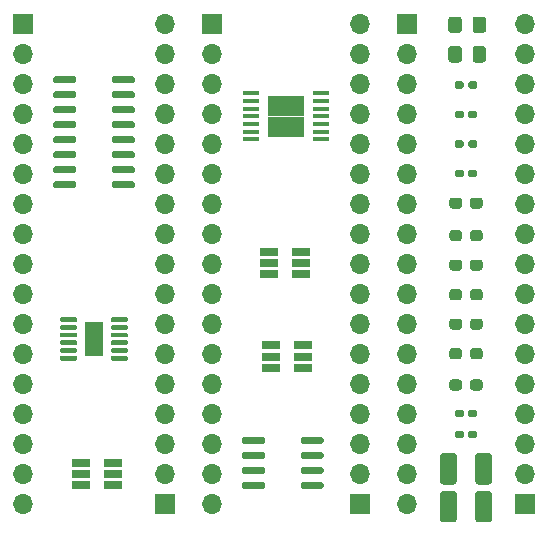
<source format=gts>
%TF.GenerationSoftware,KiCad,Pcbnew,5.1.10*%
%TF.CreationDate,2021-10-22T01:18:59+03:00*%
%TF.ProjectId,breakouts,62726561-6b6f-4757-9473-2e6b69636164,rev?*%
%TF.SameCoordinates,Original*%
%TF.FileFunction,Soldermask,Top*%
%TF.FilePolarity,Negative*%
%FSLAX46Y46*%
G04 Gerber Fmt 4.6, Leading zero omitted, Abs format (unit mm)*
G04 Created by KiCad (PCBNEW 5.1.10) date 2021-10-22 01:18:59*
%MOMM*%
%LPD*%
G01*
G04 APERTURE LIST*
%ADD10R,1.650000X2.850000*%
%ADD11O,1.700000X1.700000*%
%ADD12R,1.700000X1.700000*%
%ADD13R,1.560000X0.650000*%
%ADD14R,1.500000X1.800000*%
%ADD15R,1.450000X0.450000*%
G04 APERTURE END LIST*
D10*
%TO.C,J20*%
X44500000Y-73500000D03*
G36*
G01*
X45925000Y-71975000D02*
X45925000Y-71775000D01*
G75*
G02*
X46025000Y-71675000I100000J0D01*
G01*
X47275000Y-71675000D01*
G75*
G02*
X47375000Y-71775000I0J-100000D01*
G01*
X47375000Y-71975000D01*
G75*
G02*
X47275000Y-72075000I-100000J0D01*
G01*
X46025000Y-72075000D01*
G75*
G02*
X45925000Y-71975000I0J100000D01*
G01*
G37*
G36*
G01*
X45925000Y-72625000D02*
X45925000Y-72425000D01*
G75*
G02*
X46025000Y-72325000I100000J0D01*
G01*
X47275000Y-72325000D01*
G75*
G02*
X47375000Y-72425000I0J-100000D01*
G01*
X47375000Y-72625000D01*
G75*
G02*
X47275000Y-72725000I-100000J0D01*
G01*
X46025000Y-72725000D01*
G75*
G02*
X45925000Y-72625000I0J100000D01*
G01*
G37*
G36*
G01*
X45925000Y-73275000D02*
X45925000Y-73075000D01*
G75*
G02*
X46025000Y-72975000I100000J0D01*
G01*
X47275000Y-72975000D01*
G75*
G02*
X47375000Y-73075000I0J-100000D01*
G01*
X47375000Y-73275000D01*
G75*
G02*
X47275000Y-73375000I-100000J0D01*
G01*
X46025000Y-73375000D01*
G75*
G02*
X45925000Y-73275000I0J100000D01*
G01*
G37*
G36*
G01*
X45925000Y-73925000D02*
X45925000Y-73725000D01*
G75*
G02*
X46025000Y-73625000I100000J0D01*
G01*
X47275000Y-73625000D01*
G75*
G02*
X47375000Y-73725000I0J-100000D01*
G01*
X47375000Y-73925000D01*
G75*
G02*
X47275000Y-74025000I-100000J0D01*
G01*
X46025000Y-74025000D01*
G75*
G02*
X45925000Y-73925000I0J100000D01*
G01*
G37*
G36*
G01*
X45925000Y-74575000D02*
X45925000Y-74375000D01*
G75*
G02*
X46025000Y-74275000I100000J0D01*
G01*
X47275000Y-74275000D01*
G75*
G02*
X47375000Y-74375000I0J-100000D01*
G01*
X47375000Y-74575000D01*
G75*
G02*
X47275000Y-74675000I-100000J0D01*
G01*
X46025000Y-74675000D01*
G75*
G02*
X45925000Y-74575000I0J100000D01*
G01*
G37*
G36*
G01*
X45925000Y-75225000D02*
X45925000Y-75025000D01*
G75*
G02*
X46025000Y-74925000I100000J0D01*
G01*
X47275000Y-74925000D01*
G75*
G02*
X47375000Y-75025000I0J-100000D01*
G01*
X47375000Y-75225000D01*
G75*
G02*
X47275000Y-75325000I-100000J0D01*
G01*
X46025000Y-75325000D01*
G75*
G02*
X45925000Y-75225000I0J100000D01*
G01*
G37*
G36*
G01*
X41625000Y-75225000D02*
X41625000Y-75025000D01*
G75*
G02*
X41725000Y-74925000I100000J0D01*
G01*
X42975000Y-74925000D01*
G75*
G02*
X43075000Y-75025000I0J-100000D01*
G01*
X43075000Y-75225000D01*
G75*
G02*
X42975000Y-75325000I-100000J0D01*
G01*
X41725000Y-75325000D01*
G75*
G02*
X41625000Y-75225000I0J100000D01*
G01*
G37*
G36*
G01*
X41625000Y-74575000D02*
X41625000Y-74375000D01*
G75*
G02*
X41725000Y-74275000I100000J0D01*
G01*
X42975000Y-74275000D01*
G75*
G02*
X43075000Y-74375000I0J-100000D01*
G01*
X43075000Y-74575000D01*
G75*
G02*
X42975000Y-74675000I-100000J0D01*
G01*
X41725000Y-74675000D01*
G75*
G02*
X41625000Y-74575000I0J100000D01*
G01*
G37*
G36*
G01*
X41625000Y-73925000D02*
X41625000Y-73725000D01*
G75*
G02*
X41725000Y-73625000I100000J0D01*
G01*
X42975000Y-73625000D01*
G75*
G02*
X43075000Y-73725000I0J-100000D01*
G01*
X43075000Y-73925000D01*
G75*
G02*
X42975000Y-74025000I-100000J0D01*
G01*
X41725000Y-74025000D01*
G75*
G02*
X41625000Y-73925000I0J100000D01*
G01*
G37*
G36*
G01*
X41625000Y-73275000D02*
X41625000Y-73075000D01*
G75*
G02*
X41725000Y-72975000I100000J0D01*
G01*
X42975000Y-72975000D01*
G75*
G02*
X43075000Y-73075000I0J-100000D01*
G01*
X43075000Y-73275000D01*
G75*
G02*
X42975000Y-73375000I-100000J0D01*
G01*
X41725000Y-73375000D01*
G75*
G02*
X41625000Y-73275000I0J100000D01*
G01*
G37*
G36*
G01*
X41625000Y-72625000D02*
X41625000Y-72425000D01*
G75*
G02*
X41725000Y-72325000I100000J0D01*
G01*
X42975000Y-72325000D01*
G75*
G02*
X43075000Y-72425000I0J-100000D01*
G01*
X43075000Y-72625000D01*
G75*
G02*
X42975000Y-72725000I-100000J0D01*
G01*
X41725000Y-72725000D01*
G75*
G02*
X41625000Y-72625000I0J100000D01*
G01*
G37*
G36*
G01*
X41625000Y-71975000D02*
X41625000Y-71775000D01*
G75*
G02*
X41725000Y-71675000I100000J0D01*
G01*
X42975000Y-71675000D01*
G75*
G02*
X43075000Y-71775000I0J-100000D01*
G01*
X43075000Y-71975000D01*
G75*
G02*
X42975000Y-72075000I-100000J0D01*
G01*
X41725000Y-72075000D01*
G75*
G02*
X41625000Y-71975000I0J100000D01*
G01*
G37*
%TD*%
D11*
%TO.C,J18*%
X81000000Y-46824999D03*
X81000000Y-49364999D03*
X81000000Y-51904999D03*
X81000000Y-54444999D03*
X81000000Y-56984999D03*
X81000000Y-59524999D03*
X81000000Y-62064999D03*
X81000000Y-64604999D03*
X81000000Y-67144999D03*
X81000000Y-69684999D03*
X81000000Y-72224999D03*
X81000000Y-74764999D03*
X81000000Y-77304999D03*
X81000000Y-79844999D03*
X81000000Y-82384999D03*
X81000000Y-84924999D03*
D12*
X81000000Y-87464999D03*
%TD*%
D11*
%TO.C,J16*%
X71000000Y-87504999D03*
X71000000Y-84964999D03*
X71000000Y-82424999D03*
X71000000Y-79884999D03*
X71000000Y-77344999D03*
X71000000Y-74804999D03*
X71000000Y-72264999D03*
X71000000Y-69724999D03*
X71000000Y-67184999D03*
X71000000Y-64644999D03*
X71000000Y-62104999D03*
X71000000Y-59564999D03*
X71000000Y-57024999D03*
X71000000Y-54484999D03*
X71000000Y-51944999D03*
X71000000Y-49404999D03*
D12*
X71000000Y-46864999D03*
%TD*%
D11*
%TO.C,J15*%
X67000000Y-46824999D03*
X67000000Y-49364999D03*
X67000000Y-51904999D03*
X67000000Y-54444999D03*
X67000000Y-56984999D03*
X67000000Y-59524999D03*
X67000000Y-62064999D03*
X67000000Y-64604999D03*
X67000000Y-67144999D03*
X67000000Y-69684999D03*
X67000000Y-72224999D03*
X67000000Y-74764999D03*
X67000000Y-77304999D03*
X67000000Y-79844999D03*
X67000000Y-82384999D03*
X67000000Y-84924999D03*
D12*
X67000000Y-87464999D03*
%TD*%
D11*
%TO.C,J13*%
X54500000Y-87504999D03*
X54500000Y-84964999D03*
X54500000Y-82424999D03*
X54500000Y-79884999D03*
X54500000Y-77344999D03*
X54500000Y-74804999D03*
X54500000Y-72264999D03*
X54500000Y-69724999D03*
X54500000Y-67184999D03*
X54500000Y-64644999D03*
X54500000Y-62104999D03*
X54500000Y-59564999D03*
X54500000Y-57024999D03*
X54500000Y-54484999D03*
X54500000Y-51944999D03*
X54500000Y-49404999D03*
D12*
X54500000Y-46864999D03*
%TD*%
D11*
%TO.C,J12*%
X50500000Y-46824999D03*
X50500000Y-49364999D03*
X50500000Y-51904999D03*
X50500000Y-54444999D03*
X50500000Y-56984999D03*
X50500000Y-59524999D03*
X50500000Y-62064999D03*
X50500000Y-64604999D03*
X50500000Y-67144999D03*
X50500000Y-69684999D03*
X50500000Y-72224999D03*
X50500000Y-74764999D03*
X50500000Y-77304999D03*
X50500000Y-79844999D03*
X50500000Y-82384999D03*
X50500000Y-84924999D03*
D12*
X50500000Y-87464999D03*
%TD*%
D11*
%TO.C,J11*%
X38500000Y-87504999D03*
X38500000Y-84964999D03*
X38500000Y-82424999D03*
X38500000Y-79884999D03*
X38500000Y-77344999D03*
X38500000Y-74804999D03*
X38500000Y-72264999D03*
X38500000Y-69724999D03*
X38500000Y-67184999D03*
X38500000Y-64644999D03*
X38500000Y-62104999D03*
X38500000Y-59564999D03*
X38500000Y-57024999D03*
X38500000Y-54484999D03*
X38500000Y-51944999D03*
X38500000Y-49404999D03*
D12*
X38500000Y-46864999D03*
%TD*%
D13*
%TO.C,J28*%
X46100000Y-84950000D03*
X46100000Y-84000000D03*
X46100000Y-85900000D03*
X43400000Y-85900000D03*
X43400000Y-84950000D03*
X43400000Y-84000000D03*
%TD*%
%TO.C,J26*%
G36*
G01*
X62000000Y-82245000D02*
X62000000Y-81945000D01*
G75*
G02*
X62150000Y-81795000I150000J0D01*
G01*
X63800000Y-81795000D01*
G75*
G02*
X63950000Y-81945000I0J-150000D01*
G01*
X63950000Y-82245000D01*
G75*
G02*
X63800000Y-82395000I-150000J0D01*
G01*
X62150000Y-82395000D01*
G75*
G02*
X62000000Y-82245000I0J150000D01*
G01*
G37*
G36*
G01*
X62000000Y-83515000D02*
X62000000Y-83215000D01*
G75*
G02*
X62150000Y-83065000I150000J0D01*
G01*
X63800000Y-83065000D01*
G75*
G02*
X63950000Y-83215000I0J-150000D01*
G01*
X63950000Y-83515000D01*
G75*
G02*
X63800000Y-83665000I-150000J0D01*
G01*
X62150000Y-83665000D01*
G75*
G02*
X62000000Y-83515000I0J150000D01*
G01*
G37*
G36*
G01*
X62000000Y-84785000D02*
X62000000Y-84485000D01*
G75*
G02*
X62150000Y-84335000I150000J0D01*
G01*
X63800000Y-84335000D01*
G75*
G02*
X63950000Y-84485000I0J-150000D01*
G01*
X63950000Y-84785000D01*
G75*
G02*
X63800000Y-84935000I-150000J0D01*
G01*
X62150000Y-84935000D01*
G75*
G02*
X62000000Y-84785000I0J150000D01*
G01*
G37*
G36*
G01*
X62000000Y-86055000D02*
X62000000Y-85755000D01*
G75*
G02*
X62150000Y-85605000I150000J0D01*
G01*
X63800000Y-85605000D01*
G75*
G02*
X63950000Y-85755000I0J-150000D01*
G01*
X63950000Y-86055000D01*
G75*
G02*
X63800000Y-86205000I-150000J0D01*
G01*
X62150000Y-86205000D01*
G75*
G02*
X62000000Y-86055000I0J150000D01*
G01*
G37*
G36*
G01*
X57050000Y-86055000D02*
X57050000Y-85755000D01*
G75*
G02*
X57200000Y-85605000I150000J0D01*
G01*
X58850000Y-85605000D01*
G75*
G02*
X59000000Y-85755000I0J-150000D01*
G01*
X59000000Y-86055000D01*
G75*
G02*
X58850000Y-86205000I-150000J0D01*
G01*
X57200000Y-86205000D01*
G75*
G02*
X57050000Y-86055000I0J150000D01*
G01*
G37*
G36*
G01*
X57050000Y-84785000D02*
X57050000Y-84485000D01*
G75*
G02*
X57200000Y-84335000I150000J0D01*
G01*
X58850000Y-84335000D01*
G75*
G02*
X59000000Y-84485000I0J-150000D01*
G01*
X59000000Y-84785000D01*
G75*
G02*
X58850000Y-84935000I-150000J0D01*
G01*
X57200000Y-84935000D01*
G75*
G02*
X57050000Y-84785000I0J150000D01*
G01*
G37*
G36*
G01*
X57050000Y-83515000D02*
X57050000Y-83215000D01*
G75*
G02*
X57200000Y-83065000I150000J0D01*
G01*
X58850000Y-83065000D01*
G75*
G02*
X59000000Y-83215000I0J-150000D01*
G01*
X59000000Y-83515000D01*
G75*
G02*
X58850000Y-83665000I-150000J0D01*
G01*
X57200000Y-83665000D01*
G75*
G02*
X57050000Y-83515000I0J150000D01*
G01*
G37*
G36*
G01*
X57050000Y-82245000D02*
X57050000Y-81945000D01*
G75*
G02*
X57200000Y-81795000I150000J0D01*
G01*
X58850000Y-81795000D01*
G75*
G02*
X59000000Y-81945000I0J-150000D01*
G01*
X59000000Y-82245000D01*
G75*
G02*
X58850000Y-82395000I-150000J0D01*
G01*
X57200000Y-82395000D01*
G75*
G02*
X57050000Y-82245000I0J150000D01*
G01*
G37*
%TD*%
%TO.C,J22*%
X62200000Y-75000000D03*
X62200000Y-74050000D03*
X62200000Y-75950000D03*
X59500000Y-75950000D03*
X59500000Y-75000000D03*
X59500000Y-74050000D03*
%TD*%
%TO.C,J21*%
G36*
G01*
X76350000Y-72487500D02*
X76350000Y-72012500D01*
G75*
G02*
X76587500Y-71775000I237500J0D01*
G01*
X77162500Y-71775000D01*
G75*
G02*
X77400000Y-72012500I0J-237500D01*
G01*
X77400000Y-72487500D01*
G75*
G02*
X77162500Y-72725000I-237500J0D01*
G01*
X76587500Y-72725000D01*
G75*
G02*
X76350000Y-72487500I0J237500D01*
G01*
G37*
G36*
G01*
X74600000Y-72487500D02*
X74600000Y-72012500D01*
G75*
G02*
X74837500Y-71775000I237500J0D01*
G01*
X75412500Y-71775000D01*
G75*
G02*
X75650000Y-72012500I0J-237500D01*
G01*
X75650000Y-72487500D01*
G75*
G02*
X75412500Y-72725000I-237500J0D01*
G01*
X74837500Y-72725000D01*
G75*
G02*
X74600000Y-72487500I0J237500D01*
G01*
G37*
%TD*%
%TO.C,J19*%
G36*
G01*
X76350000Y-69987500D02*
X76350000Y-69512500D01*
G75*
G02*
X76587500Y-69275000I237500J0D01*
G01*
X77162500Y-69275000D01*
G75*
G02*
X77400000Y-69512500I0J-237500D01*
G01*
X77400000Y-69987500D01*
G75*
G02*
X77162500Y-70225000I-237500J0D01*
G01*
X76587500Y-70225000D01*
G75*
G02*
X76350000Y-69987500I0J237500D01*
G01*
G37*
G36*
G01*
X74600000Y-69987500D02*
X74600000Y-69512500D01*
G75*
G02*
X74837500Y-69275000I237500J0D01*
G01*
X75412500Y-69275000D01*
G75*
G02*
X75650000Y-69512500I0J-237500D01*
G01*
X75650000Y-69987500D01*
G75*
G02*
X75412500Y-70225000I-237500J0D01*
G01*
X74837500Y-70225000D01*
G75*
G02*
X74600000Y-69987500I0J237500D01*
G01*
G37*
%TD*%
%TO.C,J17*%
G36*
G01*
X76350000Y-67487500D02*
X76350000Y-67012500D01*
G75*
G02*
X76587500Y-66775000I237500J0D01*
G01*
X77162500Y-66775000D01*
G75*
G02*
X77400000Y-67012500I0J-237500D01*
G01*
X77400000Y-67487500D01*
G75*
G02*
X77162500Y-67725000I-237500J0D01*
G01*
X76587500Y-67725000D01*
G75*
G02*
X76350000Y-67487500I0J237500D01*
G01*
G37*
G36*
G01*
X74600000Y-67487500D02*
X74600000Y-67012500D01*
G75*
G02*
X74837500Y-66775000I237500J0D01*
G01*
X75412500Y-66775000D01*
G75*
G02*
X75650000Y-67012500I0J-237500D01*
G01*
X75650000Y-67487500D01*
G75*
G02*
X75412500Y-67725000I-237500J0D01*
G01*
X74837500Y-67725000D01*
G75*
G02*
X74600000Y-67487500I0J237500D01*
G01*
G37*
%TD*%
%TO.C,J8*%
G36*
G01*
X75045000Y-59660000D02*
X75045000Y-59340000D01*
G75*
G02*
X75205000Y-59180000I160000J0D01*
G01*
X75650000Y-59180000D01*
G75*
G02*
X75810000Y-59340000I0J-160000D01*
G01*
X75810000Y-59660000D01*
G75*
G02*
X75650000Y-59820000I-160000J0D01*
G01*
X75205000Y-59820000D01*
G75*
G02*
X75045000Y-59660000I0J160000D01*
G01*
G37*
G36*
G01*
X76190000Y-59660000D02*
X76190000Y-59340000D01*
G75*
G02*
X76350000Y-59180000I160000J0D01*
G01*
X76795000Y-59180000D01*
G75*
G02*
X76955000Y-59340000I0J-160000D01*
G01*
X76955000Y-59660000D01*
G75*
G02*
X76795000Y-59820000I-160000J0D01*
G01*
X76350000Y-59820000D01*
G75*
G02*
X76190000Y-59660000I0J160000D01*
G01*
G37*
%TD*%
%TO.C,J7*%
G36*
G01*
X75045000Y-57160000D02*
X75045000Y-56840000D01*
G75*
G02*
X75205000Y-56680000I160000J0D01*
G01*
X75650000Y-56680000D01*
G75*
G02*
X75810000Y-56840000I0J-160000D01*
G01*
X75810000Y-57160000D01*
G75*
G02*
X75650000Y-57320000I-160000J0D01*
G01*
X75205000Y-57320000D01*
G75*
G02*
X75045000Y-57160000I0J160000D01*
G01*
G37*
G36*
G01*
X76190000Y-57160000D02*
X76190000Y-56840000D01*
G75*
G02*
X76350000Y-56680000I160000J0D01*
G01*
X76795000Y-56680000D01*
G75*
G02*
X76955000Y-56840000I0J-160000D01*
G01*
X76955000Y-57160000D01*
G75*
G02*
X76795000Y-57320000I-160000J0D01*
G01*
X76350000Y-57320000D01*
G75*
G02*
X76190000Y-57160000I0J160000D01*
G01*
G37*
%TD*%
%TO.C,J30*%
G36*
G01*
X76775000Y-88775000D02*
X76775000Y-86625000D01*
G75*
G02*
X77025000Y-86375000I250000J0D01*
G01*
X77950000Y-86375000D01*
G75*
G02*
X78200000Y-86625000I0J-250000D01*
G01*
X78200000Y-88775000D01*
G75*
G02*
X77950000Y-89025000I-250000J0D01*
G01*
X77025000Y-89025000D01*
G75*
G02*
X76775000Y-88775000I0J250000D01*
G01*
G37*
G36*
G01*
X73800000Y-88775000D02*
X73800000Y-86625000D01*
G75*
G02*
X74050000Y-86375000I250000J0D01*
G01*
X74975000Y-86375000D01*
G75*
G02*
X75225000Y-86625000I0J-250000D01*
G01*
X75225000Y-88775000D01*
G75*
G02*
X74975000Y-89025000I-250000J0D01*
G01*
X74050000Y-89025000D01*
G75*
G02*
X73800000Y-88775000I0J250000D01*
G01*
G37*
%TD*%
%TO.C,J29*%
G36*
G01*
X76775000Y-85575000D02*
X76775000Y-83425000D01*
G75*
G02*
X77025000Y-83175000I250000J0D01*
G01*
X77950000Y-83175000D01*
G75*
G02*
X78200000Y-83425000I0J-250000D01*
G01*
X78200000Y-85575000D01*
G75*
G02*
X77950000Y-85825000I-250000J0D01*
G01*
X77025000Y-85825000D01*
G75*
G02*
X76775000Y-85575000I0J250000D01*
G01*
G37*
G36*
G01*
X73800000Y-85575000D02*
X73800000Y-83425000D01*
G75*
G02*
X74050000Y-83175000I250000J0D01*
G01*
X74975000Y-83175000D01*
G75*
G02*
X75225000Y-83425000I0J-250000D01*
G01*
X75225000Y-85575000D01*
G75*
G02*
X74975000Y-85825000I-250000J0D01*
G01*
X74050000Y-85825000D01*
G75*
G02*
X73800000Y-85575000I0J250000D01*
G01*
G37*
%TD*%
%TO.C,J14*%
X62000000Y-67050000D03*
X62000000Y-66100000D03*
X62000000Y-68000000D03*
X59300000Y-68000000D03*
X59300000Y-67050000D03*
X59300000Y-66100000D03*
%TD*%
%TO.C,J27*%
G36*
G01*
X76550000Y-49850001D02*
X76550000Y-48949999D01*
G75*
G02*
X76799999Y-48700000I249999J0D01*
G01*
X77450001Y-48700000D01*
G75*
G02*
X77700000Y-48949999I0J-249999D01*
G01*
X77700000Y-49850001D01*
G75*
G02*
X77450001Y-50100000I-249999J0D01*
G01*
X76799999Y-50100000D01*
G75*
G02*
X76550000Y-49850001I0J249999D01*
G01*
G37*
G36*
G01*
X74500000Y-49850001D02*
X74500000Y-48949999D01*
G75*
G02*
X74749999Y-48700000I249999J0D01*
G01*
X75400001Y-48700000D01*
G75*
G02*
X75650000Y-48949999I0J-249999D01*
G01*
X75650000Y-49850001D01*
G75*
G02*
X75400001Y-50100000I-249999J0D01*
G01*
X74749999Y-50100000D01*
G75*
G02*
X74500000Y-49850001I0J249999D01*
G01*
G37*
%TD*%
%TO.C,J25*%
G36*
G01*
X76550000Y-47350001D02*
X76550000Y-46449999D01*
G75*
G02*
X76799999Y-46200000I249999J0D01*
G01*
X77450001Y-46200000D01*
G75*
G02*
X77700000Y-46449999I0J-249999D01*
G01*
X77700000Y-47350001D01*
G75*
G02*
X77450001Y-47600000I-249999J0D01*
G01*
X76799999Y-47600000D01*
G75*
G02*
X76550000Y-47350001I0J249999D01*
G01*
G37*
G36*
G01*
X74500000Y-47350001D02*
X74500000Y-46449999D01*
G75*
G02*
X74749999Y-46200000I249999J0D01*
G01*
X75400001Y-46200000D01*
G75*
G02*
X75650000Y-46449999I0J-249999D01*
G01*
X75650000Y-47350001D01*
G75*
G02*
X75400001Y-47600000I-249999J0D01*
G01*
X74749999Y-47600000D01*
G75*
G02*
X74500000Y-47350001I0J249999D01*
G01*
G37*
%TD*%
D14*
%TO.C,J5*%
X60000000Y-53750000D03*
D15*
X63700000Y-52700000D03*
X63700000Y-53350000D03*
X63700000Y-54000000D03*
X63700000Y-54650000D03*
X63700000Y-55300000D03*
X63700000Y-55950000D03*
X63700000Y-56600000D03*
X57800000Y-56600000D03*
X57800000Y-55950000D03*
X57800000Y-55300000D03*
X57800000Y-54650000D03*
X57800000Y-54000000D03*
X57800000Y-53350000D03*
X57800000Y-52700000D03*
D14*
X61500000Y-53750000D03*
X61500000Y-55550000D03*
X60000000Y-55550000D03*
%TD*%
%TO.C,J24*%
G36*
G01*
X76350000Y-77637500D02*
X76350000Y-77162500D01*
G75*
G02*
X76587500Y-76925000I237500J0D01*
G01*
X77162500Y-76925000D01*
G75*
G02*
X77400000Y-77162500I0J-237500D01*
G01*
X77400000Y-77637500D01*
G75*
G02*
X77162500Y-77875000I-237500J0D01*
G01*
X76587500Y-77875000D01*
G75*
G02*
X76350000Y-77637500I0J237500D01*
G01*
G37*
G36*
G01*
X74600000Y-77637500D02*
X74600000Y-77162500D01*
G75*
G02*
X74837500Y-76925000I237500J0D01*
G01*
X75412500Y-76925000D01*
G75*
G02*
X75650000Y-77162500I0J-237500D01*
G01*
X75650000Y-77637500D01*
G75*
G02*
X75412500Y-77875000I-237500J0D01*
G01*
X74837500Y-77875000D01*
G75*
G02*
X74600000Y-77637500I0J237500D01*
G01*
G37*
%TD*%
%TO.C,J23*%
G36*
G01*
X76350000Y-74987500D02*
X76350000Y-74512500D01*
G75*
G02*
X76587500Y-74275000I237500J0D01*
G01*
X77162500Y-74275000D01*
G75*
G02*
X77400000Y-74512500I0J-237500D01*
G01*
X77400000Y-74987500D01*
G75*
G02*
X77162500Y-75225000I-237500J0D01*
G01*
X76587500Y-75225000D01*
G75*
G02*
X76350000Y-74987500I0J237500D01*
G01*
G37*
G36*
G01*
X74600000Y-74987500D02*
X74600000Y-74512500D01*
G75*
G02*
X74837500Y-74275000I237500J0D01*
G01*
X75412500Y-74275000D01*
G75*
G02*
X75650000Y-74512500I0J-237500D01*
G01*
X75650000Y-74987500D01*
G75*
G02*
X75412500Y-75225000I-237500J0D01*
G01*
X74837500Y-75225000D01*
G75*
G02*
X74600000Y-74987500I0J237500D01*
G01*
G37*
%TD*%
%TO.C,J10*%
G36*
G01*
X76350000Y-64987500D02*
X76350000Y-64512500D01*
G75*
G02*
X76587500Y-64275000I237500J0D01*
G01*
X77162500Y-64275000D01*
G75*
G02*
X77400000Y-64512500I0J-237500D01*
G01*
X77400000Y-64987500D01*
G75*
G02*
X77162500Y-65225000I-237500J0D01*
G01*
X76587500Y-65225000D01*
G75*
G02*
X76350000Y-64987500I0J237500D01*
G01*
G37*
G36*
G01*
X74600000Y-64987500D02*
X74600000Y-64512500D01*
G75*
G02*
X74837500Y-64275000I237500J0D01*
G01*
X75412500Y-64275000D01*
G75*
G02*
X75650000Y-64512500I0J-237500D01*
G01*
X75650000Y-64987500D01*
G75*
G02*
X75412500Y-65225000I-237500J0D01*
G01*
X74837500Y-65225000D01*
G75*
G02*
X74600000Y-64987500I0J237500D01*
G01*
G37*
%TD*%
%TO.C,J9*%
G36*
G01*
X76350000Y-62237500D02*
X76350000Y-61762500D01*
G75*
G02*
X76587500Y-61525000I237500J0D01*
G01*
X77162500Y-61525000D01*
G75*
G02*
X77400000Y-61762500I0J-237500D01*
G01*
X77400000Y-62237500D01*
G75*
G02*
X77162500Y-62475000I-237500J0D01*
G01*
X76587500Y-62475000D01*
G75*
G02*
X76350000Y-62237500I0J237500D01*
G01*
G37*
G36*
G01*
X74600000Y-62237500D02*
X74600000Y-61762500D01*
G75*
G02*
X74837500Y-61525000I237500J0D01*
G01*
X75412500Y-61525000D01*
G75*
G02*
X75650000Y-61762500I0J-237500D01*
G01*
X75650000Y-62237500D01*
G75*
G02*
X75412500Y-62475000I-237500J0D01*
G01*
X74837500Y-62475000D01*
G75*
G02*
X74600000Y-62237500I0J237500D01*
G01*
G37*
%TD*%
%TO.C,J6*%
G36*
G01*
X75045000Y-54660000D02*
X75045000Y-54340000D01*
G75*
G02*
X75205000Y-54180000I160000J0D01*
G01*
X75650000Y-54180000D01*
G75*
G02*
X75810000Y-54340000I0J-160000D01*
G01*
X75810000Y-54660000D01*
G75*
G02*
X75650000Y-54820000I-160000J0D01*
G01*
X75205000Y-54820000D01*
G75*
G02*
X75045000Y-54660000I0J160000D01*
G01*
G37*
G36*
G01*
X76190000Y-54660000D02*
X76190000Y-54340000D01*
G75*
G02*
X76350000Y-54180000I160000J0D01*
G01*
X76795000Y-54180000D01*
G75*
G02*
X76955000Y-54340000I0J-160000D01*
G01*
X76955000Y-54660000D01*
G75*
G02*
X76795000Y-54820000I-160000J0D01*
G01*
X76350000Y-54820000D01*
G75*
G02*
X76190000Y-54660000I0J160000D01*
G01*
G37*
%TD*%
%TO.C,J3*%
G36*
G01*
X75045000Y-52160000D02*
X75045000Y-51840000D01*
G75*
G02*
X75205000Y-51680000I160000J0D01*
G01*
X75650000Y-51680000D01*
G75*
G02*
X75810000Y-51840000I0J-160000D01*
G01*
X75810000Y-52160000D01*
G75*
G02*
X75650000Y-52320000I-160000J0D01*
G01*
X75205000Y-52320000D01*
G75*
G02*
X75045000Y-52160000I0J160000D01*
G01*
G37*
G36*
G01*
X76190000Y-52160000D02*
X76190000Y-51840000D01*
G75*
G02*
X76350000Y-51680000I160000J0D01*
G01*
X76795000Y-51680000D01*
G75*
G02*
X76955000Y-51840000I0J-160000D01*
G01*
X76955000Y-52160000D01*
G75*
G02*
X76795000Y-52320000I-160000J0D01*
G01*
X76350000Y-52320000D01*
G75*
G02*
X76190000Y-52160000I0J160000D01*
G01*
G37*
%TD*%
%TO.C,J2*%
G36*
G01*
X75045000Y-81760000D02*
X75045000Y-81440000D01*
G75*
G02*
X75205000Y-81280000I160000J0D01*
G01*
X75650000Y-81280000D01*
G75*
G02*
X75810000Y-81440000I0J-160000D01*
G01*
X75810000Y-81760000D01*
G75*
G02*
X75650000Y-81920000I-160000J0D01*
G01*
X75205000Y-81920000D01*
G75*
G02*
X75045000Y-81760000I0J160000D01*
G01*
G37*
G36*
G01*
X76190000Y-81760000D02*
X76190000Y-81440000D01*
G75*
G02*
X76350000Y-81280000I160000J0D01*
G01*
X76795000Y-81280000D01*
G75*
G02*
X76955000Y-81440000I0J-160000D01*
G01*
X76955000Y-81760000D01*
G75*
G02*
X76795000Y-81920000I-160000J0D01*
G01*
X76350000Y-81920000D01*
G75*
G02*
X76190000Y-81760000I0J160000D01*
G01*
G37*
%TD*%
%TO.C,J4*%
G36*
G01*
X41050000Y-51705000D02*
X41050000Y-51405000D01*
G75*
G02*
X41200000Y-51255000I150000J0D01*
G01*
X42850000Y-51255000D01*
G75*
G02*
X43000000Y-51405000I0J-150000D01*
G01*
X43000000Y-51705000D01*
G75*
G02*
X42850000Y-51855000I-150000J0D01*
G01*
X41200000Y-51855000D01*
G75*
G02*
X41050000Y-51705000I0J150000D01*
G01*
G37*
G36*
G01*
X41050000Y-52975000D02*
X41050000Y-52675000D01*
G75*
G02*
X41200000Y-52525000I150000J0D01*
G01*
X42850000Y-52525000D01*
G75*
G02*
X43000000Y-52675000I0J-150000D01*
G01*
X43000000Y-52975000D01*
G75*
G02*
X42850000Y-53125000I-150000J0D01*
G01*
X41200000Y-53125000D01*
G75*
G02*
X41050000Y-52975000I0J150000D01*
G01*
G37*
G36*
G01*
X41050000Y-54245000D02*
X41050000Y-53945000D01*
G75*
G02*
X41200000Y-53795000I150000J0D01*
G01*
X42850000Y-53795000D01*
G75*
G02*
X43000000Y-53945000I0J-150000D01*
G01*
X43000000Y-54245000D01*
G75*
G02*
X42850000Y-54395000I-150000J0D01*
G01*
X41200000Y-54395000D01*
G75*
G02*
X41050000Y-54245000I0J150000D01*
G01*
G37*
G36*
G01*
X41050000Y-55515000D02*
X41050000Y-55215000D01*
G75*
G02*
X41200000Y-55065000I150000J0D01*
G01*
X42850000Y-55065000D01*
G75*
G02*
X43000000Y-55215000I0J-150000D01*
G01*
X43000000Y-55515000D01*
G75*
G02*
X42850000Y-55665000I-150000J0D01*
G01*
X41200000Y-55665000D01*
G75*
G02*
X41050000Y-55515000I0J150000D01*
G01*
G37*
G36*
G01*
X41050000Y-56785000D02*
X41050000Y-56485000D01*
G75*
G02*
X41200000Y-56335000I150000J0D01*
G01*
X42850000Y-56335000D01*
G75*
G02*
X43000000Y-56485000I0J-150000D01*
G01*
X43000000Y-56785000D01*
G75*
G02*
X42850000Y-56935000I-150000J0D01*
G01*
X41200000Y-56935000D01*
G75*
G02*
X41050000Y-56785000I0J150000D01*
G01*
G37*
G36*
G01*
X41050000Y-58055000D02*
X41050000Y-57755000D01*
G75*
G02*
X41200000Y-57605000I150000J0D01*
G01*
X42850000Y-57605000D01*
G75*
G02*
X43000000Y-57755000I0J-150000D01*
G01*
X43000000Y-58055000D01*
G75*
G02*
X42850000Y-58205000I-150000J0D01*
G01*
X41200000Y-58205000D01*
G75*
G02*
X41050000Y-58055000I0J150000D01*
G01*
G37*
G36*
G01*
X41050000Y-59325000D02*
X41050000Y-59025000D01*
G75*
G02*
X41200000Y-58875000I150000J0D01*
G01*
X42850000Y-58875000D01*
G75*
G02*
X43000000Y-59025000I0J-150000D01*
G01*
X43000000Y-59325000D01*
G75*
G02*
X42850000Y-59475000I-150000J0D01*
G01*
X41200000Y-59475000D01*
G75*
G02*
X41050000Y-59325000I0J150000D01*
G01*
G37*
G36*
G01*
X41050000Y-60595000D02*
X41050000Y-60295000D01*
G75*
G02*
X41200000Y-60145000I150000J0D01*
G01*
X42850000Y-60145000D01*
G75*
G02*
X43000000Y-60295000I0J-150000D01*
G01*
X43000000Y-60595000D01*
G75*
G02*
X42850000Y-60745000I-150000J0D01*
G01*
X41200000Y-60745000D01*
G75*
G02*
X41050000Y-60595000I0J150000D01*
G01*
G37*
G36*
G01*
X46000000Y-60595000D02*
X46000000Y-60295000D01*
G75*
G02*
X46150000Y-60145000I150000J0D01*
G01*
X47800000Y-60145000D01*
G75*
G02*
X47950000Y-60295000I0J-150000D01*
G01*
X47950000Y-60595000D01*
G75*
G02*
X47800000Y-60745000I-150000J0D01*
G01*
X46150000Y-60745000D01*
G75*
G02*
X46000000Y-60595000I0J150000D01*
G01*
G37*
G36*
G01*
X46000000Y-59325000D02*
X46000000Y-59025000D01*
G75*
G02*
X46150000Y-58875000I150000J0D01*
G01*
X47800000Y-58875000D01*
G75*
G02*
X47950000Y-59025000I0J-150000D01*
G01*
X47950000Y-59325000D01*
G75*
G02*
X47800000Y-59475000I-150000J0D01*
G01*
X46150000Y-59475000D01*
G75*
G02*
X46000000Y-59325000I0J150000D01*
G01*
G37*
G36*
G01*
X46000000Y-58055000D02*
X46000000Y-57755000D01*
G75*
G02*
X46150000Y-57605000I150000J0D01*
G01*
X47800000Y-57605000D01*
G75*
G02*
X47950000Y-57755000I0J-150000D01*
G01*
X47950000Y-58055000D01*
G75*
G02*
X47800000Y-58205000I-150000J0D01*
G01*
X46150000Y-58205000D01*
G75*
G02*
X46000000Y-58055000I0J150000D01*
G01*
G37*
G36*
G01*
X46000000Y-56785000D02*
X46000000Y-56485000D01*
G75*
G02*
X46150000Y-56335000I150000J0D01*
G01*
X47800000Y-56335000D01*
G75*
G02*
X47950000Y-56485000I0J-150000D01*
G01*
X47950000Y-56785000D01*
G75*
G02*
X47800000Y-56935000I-150000J0D01*
G01*
X46150000Y-56935000D01*
G75*
G02*
X46000000Y-56785000I0J150000D01*
G01*
G37*
G36*
G01*
X46000000Y-55515000D02*
X46000000Y-55215000D01*
G75*
G02*
X46150000Y-55065000I150000J0D01*
G01*
X47800000Y-55065000D01*
G75*
G02*
X47950000Y-55215000I0J-150000D01*
G01*
X47950000Y-55515000D01*
G75*
G02*
X47800000Y-55665000I-150000J0D01*
G01*
X46150000Y-55665000D01*
G75*
G02*
X46000000Y-55515000I0J150000D01*
G01*
G37*
G36*
G01*
X46000000Y-54245000D02*
X46000000Y-53945000D01*
G75*
G02*
X46150000Y-53795000I150000J0D01*
G01*
X47800000Y-53795000D01*
G75*
G02*
X47950000Y-53945000I0J-150000D01*
G01*
X47950000Y-54245000D01*
G75*
G02*
X47800000Y-54395000I-150000J0D01*
G01*
X46150000Y-54395000D01*
G75*
G02*
X46000000Y-54245000I0J150000D01*
G01*
G37*
G36*
G01*
X46000000Y-52975000D02*
X46000000Y-52675000D01*
G75*
G02*
X46150000Y-52525000I150000J0D01*
G01*
X47800000Y-52525000D01*
G75*
G02*
X47950000Y-52675000I0J-150000D01*
G01*
X47950000Y-52975000D01*
G75*
G02*
X47800000Y-53125000I-150000J0D01*
G01*
X46150000Y-53125000D01*
G75*
G02*
X46000000Y-52975000I0J150000D01*
G01*
G37*
G36*
G01*
X46000000Y-51705000D02*
X46000000Y-51405000D01*
G75*
G02*
X46150000Y-51255000I150000J0D01*
G01*
X47800000Y-51255000D01*
G75*
G02*
X47950000Y-51405000I0J-150000D01*
G01*
X47950000Y-51705000D01*
G75*
G02*
X47800000Y-51855000I-150000J0D01*
G01*
X46150000Y-51855000D01*
G75*
G02*
X46000000Y-51705000I0J150000D01*
G01*
G37*
%TD*%
%TO.C,J1*%
G36*
G01*
X75045000Y-79960000D02*
X75045000Y-79640000D01*
G75*
G02*
X75205000Y-79480000I160000J0D01*
G01*
X75650000Y-79480000D01*
G75*
G02*
X75810000Y-79640000I0J-160000D01*
G01*
X75810000Y-79960000D01*
G75*
G02*
X75650000Y-80120000I-160000J0D01*
G01*
X75205000Y-80120000D01*
G75*
G02*
X75045000Y-79960000I0J160000D01*
G01*
G37*
G36*
G01*
X76190000Y-79960000D02*
X76190000Y-79640000D01*
G75*
G02*
X76350000Y-79480000I160000J0D01*
G01*
X76795000Y-79480000D01*
G75*
G02*
X76955000Y-79640000I0J-160000D01*
G01*
X76955000Y-79960000D01*
G75*
G02*
X76795000Y-80120000I-160000J0D01*
G01*
X76350000Y-80120000D01*
G75*
G02*
X76190000Y-79960000I0J160000D01*
G01*
G37*
%TD*%
M02*

</source>
